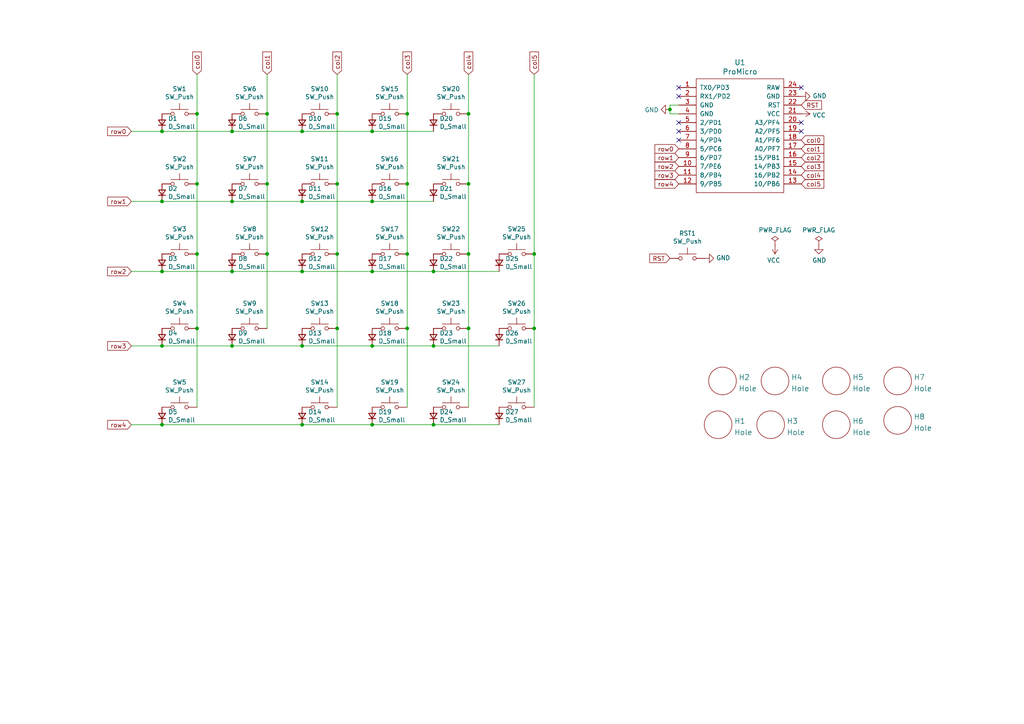
<source format=kicad_sch>
(kicad_sch (version 20210621) (generator eeschema)
  (paper "A4")
  (lib_symbols
    (symbol "Device:D_Small" (pin_numbers hide) (pin_names (offset 0.254) hide)
      (property "Reference" "D" (at -1.27 2.032 0))
      (property "Value" "Device_D_Small" (at -3.81 -2.032 0))
      (symbol "D_Small_0_1"
        (polyline (pts (xy -0.762 -1.016) (xy -0.762 1.016)) (stroke (width 0.254)))
        (polyline (pts (xy -0.762 0) (xy 0.762 0)))
        (polyline (pts (xy 0.762 -1.016) (xy -0.762 0) (xy 0.762 1.016) (xy 0.762 -1.016)) (stroke (width 0.254)))
      )
      (symbol "D_Small_1_1"
        (pin passive line (at -2.54 0 0) (length 1.778) (name "K") (number "1"))
        (pin passive line (at 2.54 0 180) (length 1.778) (name "A") (number "2"))
      )
    )
    (symbol "Switch:SW_Push" (pin_numbers hide) (pin_names (offset 1.016) hide)
      (property "Reference" "SW" (at 1.27 2.54 0))
      (property "Value" "Switch_SW_Push" (at 0 -1.524 0))
      (symbol "SW_Push_0_1"
        (circle (center -2.032 0) (radius 0.508))
        (circle (center 2.032 0) (radius 0.508))
        (polyline (pts (xy 0 1.27) (xy 0 3.048)))
        (polyline (pts (xy 2.54 1.27) (xy -2.54 1.27)))
        (pin passive line (at -5.08 0 0) (length 2.54) (name "1") (number "1"))
        (pin passive line (at 5.08 0 180) (length 2.54) (name "2") (number "2"))
      )
    )
    (symbol "keebio:Hole" (pin_names (offset 1.016))
      (property "Reference" "H" (at 0 -1.27 0))
      (property "Value" "Hole" (at 0 1.27 0))
      (symbol "Hole_0_1"
        (circle (center 0 0) (radius 4.0132))
      )
    )
    (symbol "keebio:ProMicro" (pin_names (offset 1.016))
      (property "Reference" "U" (at 0 0 0))
      (property "Value" "ProMicro" (at 0 -19.05 0))
      (symbol "ProMicro_0_1"
        (rectangle (start -12.7 -16.51) (end 12.7 16.51))
      )
      (symbol "ProMicro_1_1"
        (pin input line (at -17.78 13.97 0) (length 5.08) (name "TX0/PD3") (number "1"))
        (pin input line (at -17.78 -8.89 0) (length 5.08) (name "7/PE6") (number "10"))
        (pin input line (at -17.78 -11.43 0) (length 5.08) (name "8/PB4") (number "11"))
        (pin input line (at -17.78 -13.97 0) (length 5.08) (name "9/PB5") (number "12"))
        (pin input line (at 17.78 -13.97 180) (length 5.08) (name "10/PB6") (number "13"))
        (pin input line (at 17.78 -11.43 180) (length 5.08) (name "16/PB2") (number "14"))
        (pin input line (at 17.78 -8.89 180) (length 5.08) (name "14/PB3") (number "15"))
        (pin input line (at 17.78 -6.35 180) (length 5.08) (name "15/PB1") (number "16"))
        (pin input line (at 17.78 -3.81 180) (length 5.08) (name "A0/PF7") (number "17"))
        (pin input line (at 17.78 -1.27 180) (length 5.08) (name "A1/PF6") (number "18"))
        (pin input line (at 17.78 1.27 180) (length 5.08) (name "A2/PF5") (number "19"))
        (pin input line (at -17.78 11.43 0) (length 5.08) (name "RX1/PD2") (number "2"))
        (pin input line (at 17.78 3.81 180) (length 5.08) (name "A3/PF4") (number "20"))
        (pin input line (at 17.78 6.35 180) (length 5.08) (name "VCC") (number "21"))
        (pin input line (at 17.78 8.89 180) (length 5.08) (name "RST") (number "22"))
        (pin input line (at 17.78 11.43 180) (length 5.08) (name "GND") (number "23"))
        (pin input line (at 17.78 13.97 180) (length 5.08) (name "RAW") (number "24"))
        (pin input line (at -17.78 8.89 0) (length 5.08) (name "GND") (number "3"))
        (pin input line (at -17.78 6.35 0) (length 5.08) (name "GND") (number "4"))
        (pin input line (at -17.78 3.81 0) (length 5.08) (name "2/PD1") (number "5"))
        (pin input line (at -17.78 1.27 0) (length 5.08) (name "3/PD0") (number "6"))
        (pin input line (at -17.78 -1.27 0) (length 5.08) (name "4/PD4") (number "7"))
        (pin input line (at -17.78 -3.81 0) (length 5.08) (name "5/PC6") (number "8"))
        (pin input line (at -17.78 -6.35 0) (length 5.08) (name "6/PD7") (number "9"))
      )
    )
    (symbol "power:GND" (power) (pin_names (offset 0))
      (property "Value" "power_GND" (at 0 -3.81 0))
      (symbol "GND_0_1"
        (polyline (pts (xy 0 0) (xy 0 -1.27) (xy 1.27 -1.27) (xy 0 -2.54) (xy -1.27 -1.27) (xy 0 -1.27)))
      )
      (symbol "GND_1_1"
        (pin power_in line (at 0 0 270) (length 0) hide (name "GND") (number "1"))
      )
    )
    (symbol "power:PWR_FLAG" (power) (pin_numbers hide) (pin_names (offset 0) hide)
      (property "Value" "power_PWR_FLAG" (at 0 3.81 0))
      (symbol "PWR_FLAG_0_0"
        (pin power_out line (at 0 0 90) (length 0) (name "pwr") (number "1"))
      )
      (symbol "PWR_FLAG_0_1"
        (polyline (pts (xy 0 0) (xy 0 1.27) (xy -1.016 1.905) (xy 0 2.54) (xy 1.016 1.905) (xy 0 1.27)))
      )
    )
    (symbol "power:VCC" (power) (pin_names (offset 0))
      (property "Value" "power_VCC" (at 0 3.81 0))
      (symbol "VCC_0_1"
        (polyline (pts (xy -0.762 1.27) (xy 0 2.54)))
        (polyline (pts (xy 0 0) (xy 0 2.54)))
        (polyline (pts (xy 0 2.54) (xy 0.762 1.27)))
      )
      (symbol "VCC_1_1"
        (pin power_in line (at 0 0 90) (length 0) hide (name "VCC") (number "1"))
      )
    )
  )
  (junction (at 46.99 38.1))
  (junction (at 46.99 58.42))
  (junction (at 46.99 78.74))
  (junction (at 46.99 100.33))
  (junction (at 46.99 123.19))
  (junction (at 57.15 33.02))
  (junction (at 57.15 53.34))
  (junction (at 57.15 73.66))
  (junction (at 57.15 95.25))
  (junction (at 67.31 38.1))
  (junction (at 67.31 58.42))
  (junction (at 67.31 78.74))
  (junction (at 67.31 100.33))
  (junction (at 77.47 33.02))
  (junction (at 77.47 53.34))
  (junction (at 77.47 73.66))
  (junction (at 87.63 38.1))
  (junction (at 87.63 58.42))
  (junction (at 87.63 78.74))
  (junction (at 87.63 100.33))
  (junction (at 87.63 123.19))
  (junction (at 97.79 33.02))
  (junction (at 97.79 53.34))
  (junction (at 97.79 73.66))
  (junction (at 97.79 95.25))
  (junction (at 107.95 38.1))
  (junction (at 107.95 58.42))
  (junction (at 107.95 78.74))
  (junction (at 107.95 100.33))
  (junction (at 107.95 123.19))
  (junction (at 118.11 33.02))
  (junction (at 118.11 53.34))
  (junction (at 118.11 73.66))
  (junction (at 118.11 95.25))
  (junction (at 125.73 78.74))
  (junction (at 125.73 100.33))
  (junction (at 125.73 123.19))
  (junction (at 135.89 33.02))
  (junction (at 135.89 53.34))
  (junction (at 135.89 73.66))
  (junction (at 135.89 95.25))
  (junction (at 154.94 73.66))
  (junction (at 154.94 95.25))
  (junction (at 194.31 31.75))
  (no_connect (at 196.85 25.4))
  (no_connect (at 196.85 27.94))
  (no_connect (at 196.85 35.56))
  (no_connect (at 196.85 38.1))
  (no_connect (at 196.85 40.64))
  (no_connect (at 232.41 25.4))
  (no_connect (at 232.41 35.56))
  (no_connect (at 232.41 38.1))
  (wire (pts (xy 38.1 58.42) (xy 46.99 58.42)))
  (wire (pts (xy 46.99 38.1) (xy 38.1 38.1)))
  (wire (pts (xy 46.99 78.74) (xy 38.1 78.74)))
  (wire (pts (xy 46.99 100.33) (xy 38.1 100.33)))
  (wire (pts (xy 46.99 123.19) (xy 38.1 123.19)))
  (wire (pts (xy 57.15 21.59) (xy 57.15 33.02)))
  (wire (pts (xy 57.15 33.02) (xy 57.15 53.34)))
  (wire (pts (xy 57.15 53.34) (xy 57.15 73.66)))
  (wire (pts (xy 57.15 73.66) (xy 57.15 95.25)))
  (wire (pts (xy 57.15 95.25) (xy 57.15 118.11)))
  (wire (pts (xy 67.31 38.1) (xy 46.99 38.1)))
  (wire (pts (xy 67.31 58.42) (xy 46.99 58.42)))
  (wire (pts (xy 67.31 78.74) (xy 46.99 78.74)))
  (wire (pts (xy 67.31 100.33) (xy 46.99 100.33)))
  (wire (pts (xy 77.47 21.59) (xy 77.47 33.02)))
  (wire (pts (xy 77.47 33.02) (xy 77.47 53.34)))
  (wire (pts (xy 77.47 73.66) (xy 77.47 53.34)))
  (wire (pts (xy 77.47 73.66) (xy 77.47 95.25)))
  (wire (pts (xy 87.63 38.1) (xy 67.31 38.1)))
  (wire (pts (xy 87.63 58.42) (xy 67.31 58.42)))
  (wire (pts (xy 87.63 78.74) (xy 67.31 78.74)))
  (wire (pts (xy 87.63 100.33) (xy 67.31 100.33)))
  (wire (pts (xy 87.63 123.19) (xy 46.99 123.19)))
  (wire (pts (xy 97.79 21.59) (xy 97.79 33.02)))
  (wire (pts (xy 97.79 33.02) (xy 97.79 53.34)))
  (wire (pts (xy 97.79 73.66) (xy 97.79 53.34)))
  (wire (pts (xy 97.79 95.25) (xy 97.79 73.66)))
  (wire (pts (xy 97.79 118.11) (xy 97.79 95.25)))
  (wire (pts (xy 107.95 38.1) (xy 87.63 38.1)))
  (wire (pts (xy 107.95 58.42) (xy 87.63 58.42)))
  (wire (pts (xy 107.95 78.74) (xy 87.63 78.74)))
  (wire (pts (xy 107.95 100.33) (xy 87.63 100.33)))
  (wire (pts (xy 107.95 123.19) (xy 87.63 123.19)))
  (wire (pts (xy 118.11 33.02) (xy 118.11 21.59)))
  (wire (pts (xy 118.11 33.02) (xy 118.11 53.34)))
  (wire (pts (xy 118.11 73.66) (xy 118.11 53.34)))
  (wire (pts (xy 118.11 95.25) (xy 118.11 73.66)))
  (wire (pts (xy 118.11 118.11) (xy 118.11 95.25)))
  (wire (pts (xy 125.73 38.1) (xy 107.95 38.1)))
  (wire (pts (xy 125.73 58.42) (xy 107.95 58.42)))
  (wire (pts (xy 125.73 78.74) (xy 107.95 78.74)))
  (wire (pts (xy 125.73 100.33) (xy 107.95 100.33)))
  (wire (pts (xy 125.73 123.19) (xy 107.95 123.19)))
  (wire (pts (xy 135.89 21.59) (xy 135.89 33.02)))
  (wire (pts (xy 135.89 33.02) (xy 135.89 53.34)))
  (wire (pts (xy 135.89 53.34) (xy 135.89 73.66)))
  (wire (pts (xy 135.89 73.66) (xy 135.89 95.25)))
  (wire (pts (xy 135.89 95.25) (xy 135.89 118.11)))
  (wire (pts (xy 144.78 78.74) (xy 125.73 78.74)))
  (wire (pts (xy 144.78 100.33) (xy 125.73 100.33)))
  (wire (pts (xy 144.78 123.19) (xy 125.73 123.19)))
  (wire (pts (xy 154.94 21.59) (xy 154.94 73.66)))
  (wire (pts (xy 154.94 73.66) (xy 154.94 95.25)))
  (wire (pts (xy 154.94 95.25) (xy 154.94 118.11)))
  (wire (pts (xy 194.31 30.48) (xy 194.31 31.75)))
  (wire (pts (xy 194.31 33.02) (xy 194.31 31.75)))
  (wire (pts (xy 196.85 30.48) (xy 194.31 30.48)))
  (wire (pts (xy 196.85 33.02) (xy 194.31 33.02)))
  (global_label "row0" (shape input) (at 38.1 38.1 180) (property "Intersheet References" "${INTERSHEET_REFS}" (effects hide)))
  (global_label "row1" (shape input) (at 38.1 58.42 180) (property "Intersheet References" "${INTERSHEET_REFS}" (effects hide)))
  (global_label "row2" (shape input) (at 38.1 78.74 180) (property "Intersheet References" "${INTERSHEET_REFS}" (effects hide)))
  (global_label "row3" (shape input) (at 38.1 100.33 180) (property "Intersheet References" "${INTERSHEET_REFS}" (effects hide)))
  (global_label "row4" (shape input) (at 38.1 123.19 180) (property "Intersheet References" "${INTERSHEET_REFS}" (effects hide)))
  (global_label "col0" (shape input) (at 57.15 21.59 90) (property "Intersheet References" "${INTERSHEET_REFS}" (effects hide)))
  (global_label "col1" (shape input) (at 77.47 21.59 90) (property "Intersheet References" "${INTERSHEET_REFS}" (effects hide)))
  (global_label "col2" (shape input) (at 97.79 21.59 90) (property "Intersheet References" "${INTERSHEET_REFS}" (effects hide)))
  (global_label "col3" (shape input) (at 118.11 21.59 90) (property "Intersheet References" "${INTERSHEET_REFS}" (effects hide)))
  (global_label "col4" (shape input) (at 135.89 21.59 90) (property "Intersheet References" "${INTERSHEET_REFS}" (effects hide)))
  (global_label "col5" (shape input) (at 154.94 21.59 90) (property "Intersheet References" "${INTERSHEET_REFS}" (effects hide)))
  (global_label "RST" (shape input) (at 194.31 74.93 180) (property "Intersheet References" "${INTERSHEET_REFS}" (effects hide)))
  (global_label "row0" (shape input) (at 196.85 43.18 180) (property "Intersheet References" "${INTERSHEET_REFS}" (effects hide)))
  (global_label "row1" (shape input) (at 196.85 45.72 180) (property "Intersheet References" "${INTERSHEET_REFS}" (effects hide)))
  (global_label "row2" (shape input) (at 196.85 48.26 180) (property "Intersheet References" "${INTERSHEET_REFS}" (effects hide)))
  (global_label "row3" (shape input) (at 196.85 50.8 180) (property "Intersheet References" "${INTERSHEET_REFS}" (effects hide)))
  (global_label "row4" (shape input) (at 196.85 53.34 180) (property "Intersheet References" "${INTERSHEET_REFS}" (effects hide)))
  (global_label "RST" (shape input) (at 232.41 30.48 0) (property "Intersheet References" "${INTERSHEET_REFS}" (effects hide)))
  (global_label "col0" (shape input) (at 232.41 40.64 0) (property "Intersheet References" "${INTERSHEET_REFS}" (effects hide)))
  (global_label "col1" (shape input) (at 232.41 43.18 0) (property "Intersheet References" "${INTERSHEET_REFS}" (effects hide)))
  (global_label "col2" (shape input) (at 232.41 45.72 0) (property "Intersheet References" "${INTERSHEET_REFS}" (effects hide)))
  (global_label "col3" (shape input) (at 232.41 48.26 0) (property "Intersheet References" "${INTERSHEET_REFS}" (effects hide)))
  (global_label "col4" (shape input) (at 232.41 50.8 0) (property "Intersheet References" "${INTERSHEET_REFS}" (effects hide)))
  (global_label "col5" (shape input) (at 232.41 53.34 0) (property "Intersheet References" "${INTERSHEET_REFS}" (effects hide)))
  (symbol (lib_id "power:VCC") (at 224.79 71.12 180) (unit 1)
    (property "Reference" "#PWR03" (effects hide))
    (property "Value" "VCC" (at 224.409 75.5142 0))
  )
  (symbol (lib_id "power:VCC") (at 232.41 33.02 270) (unit 1)
    (property "Reference" "#PWR05" (effects hide))
    (property "Value" "VCC" (at 235.6612 33.401 90) (effects (justify left)))
  )
  (symbol (lib_id "power:PWR_FLAG") (at 224.79 71.12 0) (unit 1)
    (property "Reference" "#FLG01" (effects hide))
    (property "Value" "PWR_FLAG" (at 224.79 66.7258 0))
  )
  (symbol (lib_id "power:PWR_FLAG") (at 237.49 71.12 0) (unit 1)
    (property "Reference" "#FLG02" (effects hide))
    (property "Value" "PWR_FLAG" (at 237.49 66.7258 0))
  )
  (symbol (lib_id "power:GND") (at 194.31 31.75 270) (unit 1)
    (property "Reference" "#PWR01" (effects hide))
    (property "Value" "GND" (at 191.0588 31.877 90) (effects (justify right)))
  )
  (symbol (lib_id "power:GND") (at 204.47 74.93 90) (unit 1)
    (property "Reference" "#PWR02" (effects hide))
    (property "Value" "GND" (at 207.7212 74.803 90) (effects (justify right)))
  )
  (symbol (lib_id "power:GND") (at 232.41 27.94 90) (unit 1)
    (property "Reference" "#PWR04" (effects hide))
    (property "Value" "GND" (at 235.6612 27.813 90) (effects (justify right)))
  )
  (symbol (lib_id "power:GND") (at 237.49 71.12 0) (unit 1)
    (property "Reference" "#PWR06" (effects hide))
    (property "Value" "GND" (at 237.617 75.5142 0))
  )
  (symbol (lib_id "Device:D_Small") (at 46.99 35.56 90) (unit 1)
    (property "Reference" "D1" (at 48.768 34.3916 90) (effects (justify right)))
    (property "Value" "D_Small" (at 48.768 36.703 90) (effects (justify right)))
    (property "Footprint" "acheron_Components:D_THT_7.62mm" (effects hide))
  )
  (symbol (lib_id "Device:D_Small") (at 46.99 55.88 90) (unit 1)
    (property "Reference" "D2" (at 48.768 54.7116 90) (effects (justify right)))
    (property "Value" "D_Small" (at 48.768 57.023 90) (effects (justify right)))
    (property "Footprint" "acheron_Components:D_THT_7.62mm" (effects hide))
  )
  (symbol (lib_id "Device:D_Small") (at 46.99 76.2 90) (unit 1)
    (property "Reference" "D3" (at 48.768 75.0316 90) (effects (justify right)))
    (property "Value" "D_Small" (at 48.768 77.343 90) (effects (justify right)))
    (property "Footprint" "acheron_Components:D_THT_7.62mm" (effects hide))
  )
  (symbol (lib_id "Device:D_Small") (at 46.99 97.79 90) (unit 1)
    (property "Reference" "D4" (at 48.768 96.6216 90) (effects (justify right)))
    (property "Value" "D_Small" (at 48.768 98.933 90) (effects (justify right)))
    (property "Footprint" "acheron_Components:D_THT_7.62mm" (effects hide))
  )
  (symbol (lib_id "Device:D_Small") (at 46.99 120.65 90) (unit 1)
    (property "Reference" "D5" (at 48.768 119.4816 90) (effects (justify right)))
    (property "Value" "D_Small" (at 48.768 121.793 90) (effects (justify right)))
    (property "Footprint" "acheron_Components:D_THT_7.62mm" (effects hide))
  )
  (symbol (lib_id "Device:D_Small") (at 67.31 35.56 90) (unit 1)
    (property "Reference" "D6" (at 69.088 34.3916 90) (effects (justify right)))
    (property "Value" "D_Small" (at 69.088 36.703 90) (effects (justify right)))
    (property "Footprint" "acheron_Components:D_THT_7.62mm" (effects hide))
  )
  (symbol (lib_id "Device:D_Small") (at 67.31 55.88 90) (unit 1)
    (property "Reference" "D7" (at 69.088 54.7116 90) (effects (justify right)))
    (property "Value" "D_Small" (at 69.088 57.023 90) (effects (justify right)))
    (property "Footprint" "acheron_Components:D_THT_7.62mm" (effects hide))
  )
  (symbol (lib_id "Device:D_Small") (at 67.31 76.2 90) (unit 1)
    (property "Reference" "D8" (at 69.088 75.0316 90) (effects (justify right)))
    (property "Value" "D_Small" (at 69.088 77.343 90) (effects (justify right)))
    (property "Footprint" "acheron_Components:D_THT_7.62mm" (effects hide))
  )
  (symbol (lib_id "Device:D_Small") (at 67.31 97.79 90) (unit 1)
    (property "Reference" "D9" (at 69.088 96.6216 90) (effects (justify right)))
    (property "Value" "D_Small" (at 69.088 98.933 90) (effects (justify right)))
    (property "Footprint" "acheron_Components:D_THT_7.62mm" (effects hide))
  )
  (symbol (lib_id "Device:D_Small") (at 87.63 35.56 90) (unit 1)
    (property "Reference" "D10" (at 89.408 34.3916 90) (effects (justify right)))
    (property "Value" "D_Small" (at 89.408 36.703 90) (effects (justify right)))
    (property "Footprint" "acheron_Components:D_THT_7.62mm" (effects hide))
  )
  (symbol (lib_id "Device:D_Small") (at 87.63 55.88 90) (unit 1)
    (property "Reference" "D11" (at 89.408 54.7116 90) (effects (justify right)))
    (property "Value" "D_Small" (at 89.408 57.023 90) (effects (justify right)))
    (property "Footprint" "acheron_Components:D_THT_7.62mm" (effects hide))
  )
  (symbol (lib_id "Device:D_Small") (at 87.63 76.2 90) (unit 1)
    (property "Reference" "D12" (at 89.408 75.0316 90) (effects (justify right)))
    (property "Value" "D_Small" (at 89.408 77.343 90) (effects (justify right)))
    (property "Footprint" "acheron_Components:D_THT_7.62mm" (effects hide))
  )
  (symbol (lib_id "Device:D_Small") (at 87.63 97.79 90) (unit 1)
    (property "Reference" "D13" (at 89.408 96.6216 90) (effects (justify right)))
    (property "Value" "D_Small" (at 89.408 98.933 90) (effects (justify right)))
    (property "Footprint" "acheron_Components:D_THT_7.62mm" (effects hide))
  )
  (symbol (lib_id "Device:D_Small") (at 87.63 120.65 90) (unit 1)
    (property "Reference" "D14" (at 89.408 119.4816 90) (effects (justify right)))
    (property "Value" "D_Small" (at 89.408 121.793 90) (effects (justify right)))
    (property "Footprint" "acheron_Components:D_THT_7.62mm" (effects hide))
  )
  (symbol (lib_id "Device:D_Small") (at 107.95 35.56 90) (unit 1)
    (property "Reference" "D15" (at 109.728 34.3916 90) (effects (justify right)))
    (property "Value" "D_Small" (at 109.728 36.703 90) (effects (justify right)))
    (property "Footprint" "acheron_Components:D_THT_7.62mm" (effects hide))
  )
  (symbol (lib_id "Device:D_Small") (at 107.95 55.88 90) (unit 1)
    (property "Reference" "D16" (at 109.728 54.7116 90) (effects (justify right)))
    (property "Value" "D_Small" (at 109.728 57.023 90) (effects (justify right)))
    (property "Footprint" "acheron_Components:D_THT_7.62mm" (effects hide))
  )
  (symbol (lib_id "Device:D_Small") (at 107.95 76.2 90) (unit 1)
    (property "Reference" "D17" (at 109.728 75.0316 90) (effects (justify right)))
    (property "Value" "D_Small" (at 109.728 77.343 90) (effects (justify right)))
    (property "Footprint" "acheron_Components:D_THT_7.62mm" (effects hide))
  )
  (symbol (lib_id "Device:D_Small") (at 107.95 97.79 90) (unit 1)
    (property "Reference" "D18" (at 109.728 96.6216 90) (effects (justify right)))
    (property "Value" "D_Small" (at 109.728 98.933 90) (effects (justify right)))
    (property "Footprint" "acheron_Components:D_THT_7.62mm" (effects hide))
  )
  (symbol (lib_id "Device:D_Small") (at 107.95 120.65 90) (unit 1)
    (property "Reference" "D19" (at 109.728 119.4816 90) (effects (justify right)))
    (property "Value" "D_Small" (at 109.728 121.793 90) (effects (justify right)))
    (property "Footprint" "acheron_Components:D_THT_7.62mm" (effects hide))
  )
  (symbol (lib_id "Device:D_Small") (at 125.73 35.56 90) (unit 1)
    (property "Reference" "D20" (at 127.508 34.3916 90) (effects (justify right)))
    (property "Value" "D_Small" (at 127.508 36.703 90) (effects (justify right)))
    (property "Footprint" "acheron_Components:D_THT_7.62mm" (effects hide))
  )
  (symbol (lib_id "Device:D_Small") (at 125.73 55.88 90) (unit 1)
    (property "Reference" "D21" (at 127.508 54.7116 90) (effects (justify right)))
    (property "Value" "D_Small" (at 127.508 57.023 90) (effects (justify right)))
    (property "Footprint" "acheron_Components:D_THT_7.62mm" (effects hide))
  )
  (symbol (lib_id "Device:D_Small") (at 125.73 76.2 90) (unit 1)
    (property "Reference" "D22" (at 127.508 75.0316 90) (effects (justify right)))
    (property "Value" "D_Small" (at 127.508 77.343 90) (effects (justify right)))
    (property "Footprint" "acheron_Components:D_THT_7.62mm" (effects hide))
  )
  (symbol (lib_id "Device:D_Small") (at 125.73 97.79 90) (unit 1)
    (property "Reference" "D23" (at 127.508 96.6216 90) (effects (justify right)))
    (property "Value" "D_Small" (at 127.508 98.933 90) (effects (justify right)))
    (property "Footprint" "acheron_Components:D_THT_7.62mm" (effects hide))
  )
  (symbol (lib_id "Device:D_Small") (at 125.73 120.65 90) (unit 1)
    (property "Reference" "D24" (at 127.508 119.4816 90) (effects (justify right)))
    (property "Value" "D_Small" (at 127.508 121.793 90) (effects (justify right)))
    (property "Footprint" "acheron_Components:D_THT_7.62mm" (effects hide))
  )
  (symbol (lib_id "Device:D_Small") (at 144.78 76.2 90) (unit 1)
    (property "Reference" "D25" (at 146.558 75.0316 90) (effects (justify right)))
    (property "Value" "D_Small" (at 146.558 77.343 90) (effects (justify right)))
    (property "Footprint" "acheron_Components:D_THT_7.62mm" (effects hide))
  )
  (symbol (lib_id "Device:D_Small") (at 144.78 97.79 90) (unit 1)
    (property "Reference" "D26" (at 146.558 96.6216 90) (effects (justify right)))
    (property "Value" "D_Small" (at 146.558 98.933 90) (effects (justify right)))
    (property "Footprint" "acheron_Components:D_THT_7.62mm" (effects hide))
  )
  (symbol (lib_id "Device:D_Small") (at 144.78 120.65 90) (unit 1)
    (property "Reference" "D27" (at 146.558 119.4816 90) (effects (justify right)))
    (property "Value" "D_Small" (at 146.558 121.793 90) (effects (justify right)))
    (property "Footprint" "acheron_Components:D_THT_7.62mm" (effects hide))
  )
  (symbol (lib_id "Switch:SW_Push") (at 52.07 33.02 0) (unit 1)
    (property "Reference" "SW1" (at 52.07 25.781 0))
    (property "Value" "SW_Push" (at 52.07 28.0924 0))
    (property "Footprint" "acheron_MX_PlateSlots:MX100" (effects hide))
  )
  (symbol (lib_id "Switch:SW_Push") (at 52.07 53.34 0) (unit 1)
    (property "Reference" "SW2" (at 52.07 46.101 0))
    (property "Value" "SW_Push" (at 52.07 48.4124 0))
    (property "Footprint" "acheron_MX_PlateSlots:MX100" (effects hide))
  )
  (symbol (lib_id "Switch:SW_Push") (at 52.07 73.66 0) (unit 1)
    (property "Reference" "SW3" (at 52.07 66.421 0))
    (property "Value" "SW_Push" (at 52.07 68.7324 0))
    (property "Footprint" "acheron_MX_PlateSlots:MX100" (effects hide))
  )
  (symbol (lib_id "Switch:SW_Push") (at 52.07 95.25 0) (unit 1)
    (property "Reference" "SW4" (at 52.07 88.011 0))
    (property "Value" "SW_Push" (at 52.07 90.3224 0))
    (property "Footprint" "acheron_MX_PlateSlots:MX100" (effects hide))
  )
  (symbol (lib_id "Switch:SW_Push") (at 52.07 118.11 0) (unit 1)
    (property "Reference" "SW5" (at 52.07 110.871 0))
    (property "Value" "SW_Push" (at 52.07 113.1824 0))
    (property "Footprint" "acheron_MX_PlateSlots:MX100" (effects hide))
  )
  (symbol (lib_id "Switch:SW_Push") (at 72.39 33.02 0) (unit 1)
    (property "Reference" "SW6" (at 72.39 25.781 0))
    (property "Value" "SW_Push" (at 72.39 28.0924 0))
    (property "Footprint" "acheron_MX_PlateSlots:MX100" (effects hide))
  )
  (symbol (lib_id "Switch:SW_Push") (at 72.39 53.34 0) (unit 1)
    (property "Reference" "SW7" (at 72.39 46.101 0))
    (property "Value" "SW_Push" (at 72.39 48.4124 0))
    (property "Footprint" "acheron_MX_PlateSlots:MX100" (effects hide))
  )
  (symbol (lib_id "Switch:SW_Push") (at 72.39 73.66 0) (unit 1)
    (property "Reference" "SW8" (at 72.39 66.421 0))
    (property "Value" "SW_Push" (at 72.39 68.7324 0))
    (property "Footprint" "acheron_MX_PlateSlots:MX100" (effects hide))
  )
  (symbol (lib_id "Switch:SW_Push") (at 72.39 95.25 0) (unit 1)
    (property "Reference" "SW9" (at 72.39 88.011 0))
    (property "Value" "SW_Push" (at 72.39 90.3224 0))
    (property "Footprint" "acheron_MX_PlateSlots:MX100" (effects hide))
  )
  (symbol (lib_id "Switch:SW_Push") (at 92.71 33.02 0) (unit 1)
    (property "Reference" "SW10" (at 92.71 25.781 0))
    (property "Value" "SW_Push" (at 92.71 28.0924 0))
    (property "Footprint" "acheron_MX_PlateSlots:MX100" (effects hide))
  )
  (symbol (lib_id "Switch:SW_Push") (at 92.71 53.34 0) (unit 1)
    (property "Reference" "SW11" (at 92.71 46.101 0))
    (property "Value" "SW_Push" (at 92.71 48.4124 0))
    (property "Footprint" "acheron_MX_PlateSlots:MX100" (effects hide))
  )
  (symbol (lib_id "Switch:SW_Push") (at 92.71 73.66 0) (unit 1)
    (property "Reference" "SW12" (at 92.71 66.421 0))
    (property "Value" "SW_Push" (at 92.71 68.7324 0))
    (property "Footprint" "acheron_MX_PlateSlots:MX100" (effects hide))
  )
  (symbol (lib_id "Switch:SW_Push") (at 92.71 95.25 0) (unit 1)
    (property "Reference" "SW13" (at 92.71 88.011 0))
    (property "Value" "SW_Push" (at 92.71 90.3224 0))
    (property "Footprint" "acheron_MX_PlateSlots:MX100" (effects hide))
  )
  (symbol (lib_id "Switch:SW_Push") (at 92.71 118.11 0) (unit 1)
    (property "Reference" "SW14" (at 92.71 110.871 0))
    (property "Value" "SW_Push" (at 92.71 113.1824 0))
    (property "Footprint" "acheron_MX_PlateSlots:MX100" (effects hide))
  )
  (symbol (lib_id "Switch:SW_Push") (at 113.03 33.02 0) (unit 1)
    (property "Reference" "SW15" (at 113.03 25.781 0))
    (property "Value" "SW_Push" (at 113.03 28.0924 0))
    (property "Footprint" "acheron_MX_PlateSlots:MX100" (effects hide))
  )
  (symbol (lib_id "Switch:SW_Push") (at 113.03 53.34 0) (unit 1)
    (property "Reference" "SW16" (at 113.03 46.101 0))
    (property "Value" "SW_Push" (at 113.03 48.4124 0))
    (property "Footprint" "acheron_MX_PlateSlots:MX100" (effects hide))
  )
  (symbol (lib_id "Switch:SW_Push") (at 113.03 73.66 0) (unit 1)
    (property "Reference" "SW17" (at 113.03 66.421 0))
    (property "Value" "SW_Push" (at 113.03 68.7324 0))
    (property "Footprint" "acheron_MX_PlateSlots:MX100" (effects hide))
  )
  (symbol (lib_id "Switch:SW_Push") (at 113.03 95.25 0) (unit 1)
    (property "Reference" "SW18" (at 113.03 88.011 0))
    (property "Value" "SW_Push" (at 113.03 90.3224 0))
    (property "Footprint" "acheron_MX_PlateSlots:MX100" (effects hide))
  )
  (symbol (lib_id "Switch:SW_Push") (at 113.03 118.11 0) (unit 1)
    (property "Reference" "SW19" (at 113.03 110.871 0))
    (property "Value" "SW_Push" (at 113.03 113.1824 0))
    (property "Footprint" "acheron_MX_PlateSlots:MX100" (effects hide))
  )
  (symbol (lib_id "Switch:SW_Push") (at 130.81 33.02 0) (unit 1)
    (property "Reference" "SW20" (at 130.81 25.781 0))
    (property "Value" "SW_Push" (at 130.81 28.0924 0))
    (property "Footprint" "acheron_MX_PlateSlots:MX100" (effects hide))
  )
  (symbol (lib_id "Switch:SW_Push") (at 130.81 53.34 0) (unit 1)
    (property "Reference" "SW21" (at 130.81 46.101 0))
    (property "Value" "SW_Push" (at 130.81 48.4124 0))
    (property "Footprint" "acheron_MX_PlateSlots:MX100" (effects hide))
  )
  (symbol (lib_id "Switch:SW_Push") (at 130.81 73.66 0) (unit 1)
    (property "Reference" "SW22" (at 130.81 66.421 0))
    (property "Value" "SW_Push" (at 130.81 68.7324 0))
    (property "Footprint" "acheron_MX_PlateSlots:MX100" (effects hide))
  )
  (symbol (lib_id "Switch:SW_Push") (at 130.81 95.25 0) (unit 1)
    (property "Reference" "SW23" (at 130.81 88.011 0))
    (property "Value" "SW_Push" (at 130.81 90.3224 0))
    (property "Footprint" "acheron_MX_PlateSlots:MX100" (effects hide))
  )
  (symbol (lib_id "Switch:SW_Push") (at 130.81 118.11 0) (unit 1)
    (property "Reference" "SW24" (at 130.81 110.871 0))
    (property "Value" "SW_Push" (at 130.81 113.1824 0))
    (property "Footprint" "acheron_MX_PlateSlots:MX100" (effects hide))
  )
  (symbol (lib_id "Switch:SW_Push") (at 149.86 73.66 0) (unit 1)
    (property "Reference" "SW25" (at 149.86 66.421 0))
    (property "Value" "SW_Push" (at 149.86 68.7324 0))
    (property "Footprint" "acheron_MX_PlateSlots:MX100" (effects hide))
  )
  (symbol (lib_id "Switch:SW_Push") (at 149.86 95.25 0) (unit 1)
    (property "Reference" "SW26" (at 149.86 88.011 0))
    (property "Value" "SW_Push" (at 149.86 90.3224 0))
    (property "Footprint" "acheron_MX_PlateSlots:MX100" (effects hide))
  )
  (symbol (lib_id "Switch:SW_Push") (at 149.86 118.11 0) (unit 1)
    (property "Reference" "SW27" (at 149.86 110.871 0))
    (property "Value" "SW_Push" (at 149.86 113.1824 0))
    (property "Footprint" "acheron_MX_PlateSlots:MX100" (effects hide))
  )
  (symbol (lib_id "Switch:SW_Push") (at 199.39 74.93 0) (unit 1)
    (property "Reference" "RST1" (at 199.39 67.691 0))
    (property "Value" "SW_Push" (at 199.39 70.0024 0))
    (property "Footprint" "used_footprints:Switch_Reset_THT" (effects hide))
  )
  (symbol (lib_id "keebio:Hole") (at 208.28 123.19 0) (unit 1)
    (property "Reference" "H1" (at 212.9283 122.1253 0) (effects (font (size 1.524 1.524)) (justify left)))
    (property "Value" "Hole" (at 212.9283 125.4043 0) (effects (font (size 1.524 1.524)) (justify left)))
    (property "Footprint" "used_footprints:M2_HOLE_PCB" (effects hide))
  )
  (symbol (lib_id "keebio:Hole") (at 209.55 110.49 0) (unit 1)
    (property "Reference" "H2" (at 214.1983 109.4253 0) (effects (font (size 1.524 1.524)) (justify left)))
    (property "Value" "Hole" (at 214.1983 112.7043 0) (effects (font (size 1.524 1.524)) (justify left)))
    (property "Footprint" "used_footprints:M2_HOLE_PCB" (effects hide))
  )
  (symbol (lib_id "keebio:Hole") (at 223.52 123.19 0) (unit 1)
    (property "Reference" "H3" (at 228.1683 122.1253 0) (effects (font (size 1.524 1.524)) (justify left)))
    (property "Value" "Hole" (at 228.1683 125.4043 0) (effects (font (size 1.524 1.524)) (justify left)))
    (property "Footprint" "used_footprints:M2_HOLE_PCB" (effects hide))
  )
  (symbol (lib_id "keebio:Hole") (at 224.79 110.49 0) (unit 1)
    (property "Reference" "H4" (at 229.4383 109.4253 0) (effects (font (size 1.524 1.524)) (justify left)))
    (property "Value" "Hole" (at 229.4383 112.7043 0) (effects (font (size 1.524 1.524)) (justify left)))
    (property "Footprint" "used_footprints:M2_HOLE_PCB" (effects hide))
  )
  (symbol (lib_id "keebio:Hole") (at 242.57 110.49 0) (unit 1)
    (property "Reference" "H5" (at 247.2183 109.4253 0) (effects (font (size 1.524 1.524)) (justify left)))
    (property "Value" "Hole" (at 247.2183 112.7043 0) (effects (font (size 1.524 1.524)) (justify left)))
    (property "Footprint" "used_footprints:M2_HOLE_PCB" (effects hide))
  )
  (symbol (lib_id "keebio:Hole") (at 242.57 123.19 0) (unit 1)
    (property "Reference" "H6" (at 247.2183 122.1253 0) (effects (font (size 1.524 1.524)) (justify left)))
    (property "Value" "Hole" (at 247.2183 125.4043 0) (effects (font (size 1.524 1.524)) (justify left)))
    (property "Footprint" "used_footprints:M2_HOLE_PCB" (effects hide))
  )
  (symbol (lib_id "keebio:Hole") (at 260.35 110.49 0) (unit 1)
    (property "Reference" "H7" (at 264.9983 109.4253 0) (effects (font (size 1.524 1.524)) (justify left)))
    (property "Value" "Hole" (at 264.9983 112.7043 0) (effects (font (size 1.524 1.524)) (justify left)))
    (property "Footprint" "used_footprints:M2_HOLE_PCB" (effects hide))
  )
  (symbol (lib_id "keebio:Hole") (at 260.35 121.92 0) (unit 1)
    (property "Reference" "H8" (at 264.9983 120.8553 0) (effects (font (size 1.524 1.524)) (justify left)))
    (property "Value" "Hole" (at 264.9983 124.1343 0) (effects (font (size 1.524 1.524)) (justify left)))
    (property "Footprint" "used_footprints:M2_HOLE_PCB" (effects hide))
  )
  (symbol (lib_id "keebio:ProMicro") (at 214.63 39.37 0) (unit 1)
    (property "Reference" "U1" (at 214.63 18.1102 0) (effects (font (size 1.524 1.524))))
    (property "Value" "ProMicro" (at 214.63 20.8026 0) (effects (font (size 1.524 1.524))))
    (property "Footprint" "Keebio-Parts:ArduinoProMicro-ZigZag" (effects hide))
  )
)
</source>
